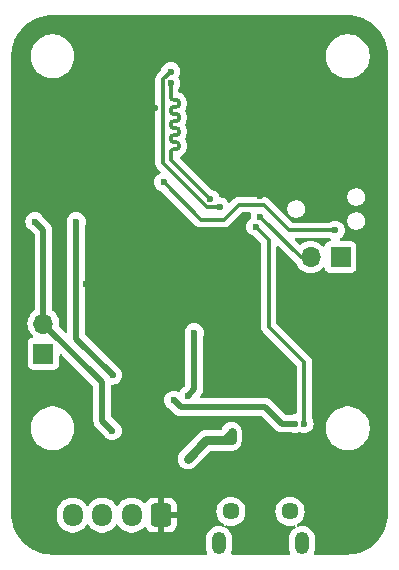
<source format=gbl>
G04 #@! TF.GenerationSoftware,KiCad,Pcbnew,8.0.2*
G04 #@! TF.CreationDate,2025-02-01T19:12:16-07:00*
G04 #@! TF.ProjectId,SDM25_IMU_STM32,53444d32-355f-4494-9d55-5f53544d3332,rev?*
G04 #@! TF.SameCoordinates,Original*
G04 #@! TF.FileFunction,Copper,L4,Bot*
G04 #@! TF.FilePolarity,Positive*
%FSLAX46Y46*%
G04 Gerber Fmt 4.6, Leading zero omitted, Abs format (unit mm)*
G04 Created by KiCad (PCBNEW 8.0.2) date 2025-02-01 19:12:16*
%MOMM*%
%LPD*%
G01*
G04 APERTURE LIST*
G04 Aperture macros list*
%AMRoundRect*
0 Rectangle with rounded corners*
0 $1 Rounding radius*
0 $2 $3 $4 $5 $6 $7 $8 $9 X,Y pos of 4 corners*
0 Add a 4 corners polygon primitive as box body*
4,1,4,$2,$3,$4,$5,$6,$7,$8,$9,$2,$3,0*
0 Add four circle primitives for the rounded corners*
1,1,$1+$1,$2,$3*
1,1,$1+$1,$4,$5*
1,1,$1+$1,$6,$7*
1,1,$1+$1,$8,$9*
0 Add four rect primitives between the rounded corners*
20,1,$1+$1,$2,$3,$4,$5,0*
20,1,$1+$1,$4,$5,$6,$7,0*
20,1,$1+$1,$6,$7,$8,$9,0*
20,1,$1+$1,$8,$9,$2,$3,0*%
G04 Aperture macros list end*
G04 #@! TA.AperFunction,ComponentPad*
%ADD10O,1.200000X1.900000*%
G04 #@! TD*
G04 #@! TA.AperFunction,ComponentPad*
%ADD11C,1.450000*%
G04 #@! TD*
G04 #@! TA.AperFunction,ComponentPad*
%ADD12R,1.700000X1.700000*%
G04 #@! TD*
G04 #@! TA.AperFunction,ComponentPad*
%ADD13O,1.700000X1.700000*%
G04 #@! TD*
G04 #@! TA.AperFunction,ComponentPad*
%ADD14RoundRect,0.250000X0.600000X0.725000X-0.600000X0.725000X-0.600000X-0.725000X0.600000X-0.725000X0*%
G04 #@! TD*
G04 #@! TA.AperFunction,ComponentPad*
%ADD15O,1.700000X1.950000*%
G04 #@! TD*
G04 #@! TA.AperFunction,ViaPad*
%ADD16C,0.600000*%
G04 #@! TD*
G04 #@! TA.AperFunction,ViaPad*
%ADD17C,0.700000*%
G04 #@! TD*
G04 #@! TA.AperFunction,Conductor*
%ADD18C,0.500000*%
G04 #@! TD*
G04 #@! TA.AperFunction,Conductor*
%ADD19C,0.300000*%
G04 #@! TD*
G04 #@! TA.AperFunction,Conductor*
%ADD20C,0.750000*%
G04 #@! TD*
G04 APERTURE END LIST*
D10*
X101100000Y-126237500D03*
D11*
X102100000Y-123537500D03*
X107100000Y-123537500D03*
D10*
X108100000Y-126237500D03*
D12*
X111375000Y-102000000D03*
D13*
X108835000Y-102000000D03*
D14*
X96200000Y-123850000D03*
D15*
X93700000Y-123850000D03*
X91200000Y-123850000D03*
X88700000Y-123850000D03*
D12*
X86225000Y-110175000D03*
D13*
X86225000Y-107635000D03*
D16*
X107500000Y-116100000D03*
X97250000Y-114116262D03*
X108300003Y-116100000D03*
X104200000Y-99450000D03*
X101900000Y-85100000D03*
X95000000Y-102000000D03*
X91000000Y-85000000D03*
X84250000Y-102750000D03*
X97000000Y-98000000D03*
X91700000Y-93100000D03*
X91000000Y-83500000D03*
X100550000Y-120150000D03*
X91000000Y-84250000D03*
X96000000Y-103000000D03*
X85000000Y-102750000D03*
D17*
X103800000Y-106600000D03*
X105968170Y-112575000D03*
D16*
X95150000Y-119550000D03*
X85000000Y-101950000D03*
X95000000Y-103000000D03*
X104950000Y-85050000D03*
X100000000Y-91950000D03*
X105900000Y-120100000D03*
X101500000Y-92650000D03*
X112750000Y-89650000D03*
X112000000Y-89650000D03*
D17*
X104868170Y-112575000D03*
D16*
X84250000Y-102000000D03*
X111250000Y-89650000D03*
X99850000Y-120150000D03*
X97000000Y-99000000D03*
X91750000Y-85000000D03*
X95700000Y-89420000D03*
X104600000Y-96800000D03*
X95000000Y-99000000D03*
X89800938Y-104263080D03*
D17*
X106600000Y-106600000D03*
X109868170Y-108975000D03*
D16*
X92400000Y-93100000D03*
X91750000Y-83450000D03*
X95150000Y-88850000D03*
X94450000Y-119550000D03*
X97000000Y-102000000D03*
X100750000Y-92650000D03*
X110700000Y-103800000D03*
X97000000Y-103000000D03*
X101500000Y-91950000D03*
X100750000Y-91950000D03*
D17*
X110700000Y-108975000D03*
D16*
X104900000Y-85900000D03*
X104950000Y-84250000D03*
X96000000Y-99000000D03*
X111250000Y-88950000D03*
X85000000Y-103500000D03*
X96000000Y-98000000D03*
X105900000Y-120850000D03*
X91750000Y-84250000D03*
X112560000Y-100240000D03*
X96000000Y-102000000D03*
X84250000Y-103500000D03*
X95000000Y-98000000D03*
X112750000Y-88950000D03*
X97275000Y-112975000D03*
X106900000Y-103100000D03*
X112000000Y-88950000D03*
X100000000Y-92650000D03*
X104600000Y-98590000D03*
X100350000Y-97100000D03*
X97000000Y-87300000D03*
X89000000Y-99000000D03*
X92100000Y-112000000D03*
X99000000Y-108394239D03*
X102150000Y-117525000D03*
X98450000Y-119100000D03*
X98450000Y-113750000D03*
X102150000Y-116825000D03*
X92050000Y-116700000D03*
X85500000Y-99000000D03*
X96390000Y-95660000D03*
X110930000Y-99740000D03*
X101150000Y-97750000D03*
X97000000Y-86300000D03*
D18*
X105000000Y-114700000D02*
X97833738Y-114700000D01*
X97833738Y-114700000D02*
X97250000Y-114116262D01*
X107500000Y-116100000D02*
X106400000Y-116100000D01*
X106400000Y-116100000D02*
X105000000Y-114700000D01*
D19*
X108300003Y-110900003D02*
X105300000Y-107900000D01*
X105300000Y-100550000D02*
X104200000Y-99450000D01*
X108300003Y-116100000D02*
X108300003Y-110900003D01*
X105300000Y-107900000D02*
X105300000Y-100550000D01*
X108010000Y-102000000D02*
X108835000Y-102000000D01*
X104600000Y-98590000D02*
X108010000Y-102000000D01*
X97710000Y-90130000D02*
X97710000Y-90250000D01*
X97470000Y-91690000D02*
X97240000Y-91690000D01*
X97240000Y-92290000D02*
X97470000Y-92290000D01*
X97240000Y-91090000D02*
X97470000Y-91090000D01*
X97000000Y-93750000D02*
X97350000Y-94100000D01*
X97470000Y-90490000D02*
X97240000Y-90490000D01*
X97240000Y-89890000D02*
X97470000Y-89890000D01*
X97470000Y-89290000D02*
X97240000Y-89290000D01*
X97710000Y-88930000D02*
X97710000Y-89050000D01*
X97240000Y-88690000D02*
X97470000Y-88690000D01*
X97710000Y-91330000D02*
X97710000Y-91450000D01*
X97470000Y-92890000D02*
X97240000Y-92890000D01*
X97000000Y-89530000D02*
X97000000Y-89650000D01*
X97710000Y-92530000D02*
X97710000Y-92650000D01*
X97000000Y-90730000D02*
X97000000Y-90850000D01*
X97000000Y-93130000D02*
X97000000Y-93250000D01*
X97350000Y-94100000D02*
X100350000Y-97100000D01*
X97000000Y-87300000D02*
X97000000Y-88450000D01*
X97000000Y-91930000D02*
X97000000Y-92050000D01*
X97000000Y-93250000D02*
X97000000Y-93750000D01*
X97470000Y-91090000D02*
G75*
G02*
X97710000Y-91330000I0J-240000D01*
G01*
X97000000Y-88450000D02*
G75*
G03*
X97240000Y-88690000I240000J0D01*
G01*
X97710000Y-92650000D02*
G75*
G02*
X97470000Y-92890000I-240000J0D01*
G01*
X97000000Y-90850000D02*
G75*
G03*
X97240000Y-91090000I240000J0D01*
G01*
X97000000Y-89650000D02*
G75*
G03*
X97240000Y-89890000I240000J0D01*
G01*
X97710000Y-91450000D02*
G75*
G02*
X97470000Y-91690000I-240000J0D01*
G01*
X97710000Y-89050000D02*
G75*
G02*
X97470000Y-89290000I-240000J0D01*
G01*
X97240000Y-89290000D02*
G75*
G03*
X97000000Y-89530000I0J-240000D01*
G01*
X97470000Y-92290000D02*
G75*
G02*
X97710000Y-92530000I0J-240000D01*
G01*
X97710000Y-90250000D02*
G75*
G02*
X97470000Y-90490000I-240000J0D01*
G01*
X97000000Y-92050000D02*
G75*
G03*
X97240000Y-92290000I240000J0D01*
G01*
X97240000Y-90490000D02*
G75*
G03*
X97000000Y-90730000I0J-240000D01*
G01*
X97470000Y-88690000D02*
G75*
G02*
X97710000Y-88930000I0J-240000D01*
G01*
X97240000Y-92890000D02*
G75*
G03*
X97000000Y-93130000I0J-240000D01*
G01*
X97470000Y-89890000D02*
G75*
G02*
X97710000Y-90130000I0J-240000D01*
G01*
X97240000Y-91690000D02*
G75*
G03*
X97000000Y-91930000I0J-240000D01*
G01*
D18*
X92100000Y-112000000D02*
X89000000Y-108900000D01*
X89000000Y-108900000D02*
X89000000Y-99000000D01*
D20*
X100025000Y-117525000D02*
X98450000Y-119100000D01*
D18*
X101450000Y-117525000D02*
X102150000Y-116825000D01*
X99000000Y-113200000D02*
X98450000Y-113750000D01*
D20*
X102150000Y-117525000D02*
X100025000Y-117525000D01*
D18*
X99000000Y-108394239D02*
X99000000Y-113200000D01*
X100025000Y-117525000D02*
X101450000Y-117525000D01*
D20*
X102150000Y-116825000D02*
X102150000Y-117525000D01*
D18*
X86225000Y-107635000D02*
X86225000Y-99725000D01*
X91200000Y-112610000D02*
X86225000Y-107635000D01*
X86225000Y-99725000D02*
X85500000Y-99000000D01*
X91200000Y-115850000D02*
X92050000Y-116700000D01*
X91200000Y-115850000D02*
X91200000Y-112610000D01*
D19*
X107050000Y-99740000D02*
X104880000Y-97570000D01*
X102750000Y-97570000D02*
X101470000Y-98850000D01*
X101470000Y-98850000D02*
X99580000Y-98850000D01*
X99580000Y-98850000D02*
X96390000Y-95660000D01*
X110930000Y-99740000D02*
X107050000Y-99740000D01*
X104880000Y-97570000D02*
X102750000Y-97570000D01*
X96350000Y-94019239D02*
X100080761Y-97750000D01*
X96350000Y-86950000D02*
X96350000Y-94019239D01*
X100080761Y-97750000D02*
X101150000Y-97750000D01*
X97000000Y-86300000D02*
X96350000Y-86950000D01*
G04 #@! TA.AperFunction,Conductor*
G36*
X111903032Y-81500648D02*
G01*
X112236929Y-81517052D01*
X112249037Y-81518245D01*
X112352146Y-81533539D01*
X112576699Y-81566849D01*
X112588617Y-81569219D01*
X112909951Y-81649709D01*
X112921588Y-81653240D01*
X112992806Y-81678722D01*
X113233467Y-81764832D01*
X113244688Y-81769479D01*
X113544163Y-81911120D01*
X113554871Y-81916844D01*
X113838988Y-82087137D01*
X113849106Y-82093897D01*
X114115170Y-82291224D01*
X114124576Y-82298944D01*
X114370013Y-82521395D01*
X114378604Y-82529986D01*
X114565755Y-82736475D01*
X114601055Y-82775423D01*
X114608775Y-82784829D01*
X114806102Y-83050893D01*
X114812862Y-83061011D01*
X114978149Y-83336777D01*
X114983148Y-83345116D01*
X114988883Y-83355844D01*
X115037229Y-83458064D01*
X115130514Y-83655297D01*
X115135170Y-83666540D01*
X115246759Y-83978411D01*
X115250292Y-83990055D01*
X115330777Y-84311369D01*
X115333151Y-84323305D01*
X115381754Y-84650962D01*
X115382947Y-84663071D01*
X115399351Y-84996966D01*
X115399500Y-85003051D01*
X115399500Y-123696948D01*
X115399351Y-123703033D01*
X115382947Y-124036928D01*
X115381754Y-124049037D01*
X115333151Y-124376694D01*
X115330777Y-124388630D01*
X115250292Y-124709944D01*
X115246759Y-124721588D01*
X115135170Y-125033459D01*
X115130514Y-125044702D01*
X114988885Y-125344151D01*
X114983148Y-125354883D01*
X114812862Y-125638988D01*
X114806102Y-125649106D01*
X114608775Y-125915170D01*
X114601055Y-125924576D01*
X114378611Y-126170006D01*
X114370006Y-126178611D01*
X114124576Y-126401055D01*
X114115170Y-126408775D01*
X113849106Y-126606102D01*
X113838988Y-126612862D01*
X113554883Y-126783148D01*
X113544151Y-126788885D01*
X113244702Y-126930514D01*
X113233459Y-126935170D01*
X112921588Y-127046759D01*
X112909944Y-127050292D01*
X112588630Y-127130777D01*
X112576694Y-127133151D01*
X112249037Y-127181754D01*
X112236928Y-127182947D01*
X111921989Y-127198419D01*
X111903031Y-127199351D01*
X111896949Y-127199500D01*
X109225640Y-127199500D01*
X109158601Y-127179815D01*
X109112846Y-127127011D01*
X109102902Y-127057853D01*
X109115155Y-127019206D01*
X109119870Y-127009950D01*
X109119873Y-127009945D01*
X109173402Y-126845201D01*
X109200500Y-126674111D01*
X109200500Y-125800889D01*
X109173402Y-125629799D01*
X109119873Y-125465055D01*
X109041232Y-125310712D01*
X108939414Y-125170572D01*
X108816928Y-125048086D01*
X108676788Y-124946268D01*
X108522445Y-124867627D01*
X108357701Y-124814098D01*
X108357699Y-124814097D01*
X108357698Y-124814097D01*
X108226271Y-124793281D01*
X108186611Y-124787000D01*
X108013389Y-124787000D01*
X107961760Y-124795177D01*
X107842303Y-124814097D01*
X107842300Y-124814097D01*
X107842299Y-124814098D01*
X107831197Y-124817705D01*
X107761358Y-124819699D01*
X107701526Y-124783617D01*
X107670699Y-124720916D01*
X107678665Y-124651501D01*
X107721757Y-124598200D01*
X107890745Y-124479873D01*
X108042373Y-124328245D01*
X108165368Y-124152591D01*
X108255992Y-123958247D01*
X108311492Y-123751119D01*
X108327511Y-123568017D01*
X108330181Y-123537501D01*
X108330181Y-123537498D01*
X108318918Y-123408760D01*
X108311492Y-123323881D01*
X108255992Y-123116753D01*
X108165368Y-122922410D01*
X108111311Y-122845209D01*
X108042376Y-122746759D01*
X108042371Y-122746753D01*
X107890745Y-122595127D01*
X107715090Y-122472131D01*
X107617919Y-122426820D01*
X107520747Y-122381508D01*
X107520743Y-122381507D01*
X107520739Y-122381505D01*
X107313624Y-122326009D01*
X107313620Y-122326008D01*
X107313619Y-122326008D01*
X107313618Y-122326007D01*
X107313613Y-122326007D01*
X107100002Y-122307319D01*
X107099998Y-122307319D01*
X106886386Y-122326007D01*
X106886375Y-122326009D01*
X106679260Y-122381505D01*
X106679251Y-122381509D01*
X106484910Y-122472131D01*
X106484908Y-122472132D01*
X106309259Y-122595123D01*
X106309253Y-122595128D01*
X106157628Y-122746753D01*
X106157623Y-122746759D01*
X106034632Y-122922408D01*
X106034631Y-122922410D01*
X105944009Y-123116751D01*
X105944005Y-123116760D01*
X105888509Y-123323875D01*
X105888507Y-123323886D01*
X105869819Y-123537498D01*
X105869819Y-123537501D01*
X105888507Y-123751113D01*
X105888509Y-123751124D01*
X105944005Y-123958239D01*
X105944007Y-123958243D01*
X105944008Y-123958247D01*
X105979026Y-124033343D01*
X106034631Y-124152590D01*
X106034632Y-124152591D01*
X106157627Y-124328245D01*
X106309255Y-124479873D01*
X106484909Y-124602868D01*
X106679253Y-124693492D01*
X106886381Y-124748992D01*
X107038966Y-124762341D01*
X107099998Y-124767681D01*
X107100000Y-124767681D01*
X107100002Y-124767681D01*
X107153404Y-124763008D01*
X107313619Y-124748992D01*
X107432726Y-124717077D01*
X107502573Y-124718740D01*
X107560435Y-124757902D01*
X107587940Y-124822130D01*
X107576354Y-124891032D01*
X107529356Y-124942733D01*
X107525088Y-124945117D01*
X107523218Y-124946263D01*
X107447608Y-125001197D01*
X107383072Y-125048086D01*
X107383070Y-125048088D01*
X107383069Y-125048088D01*
X107260588Y-125170569D01*
X107260588Y-125170570D01*
X107260586Y-125170572D01*
X107219912Y-125226555D01*
X107158768Y-125310711D01*
X107080128Y-125465052D01*
X107026597Y-125629802D01*
X106999500Y-125800889D01*
X106999500Y-126674110D01*
X107026597Y-126845197D01*
X107080129Y-127009950D01*
X107084845Y-127019206D01*
X107097741Y-127087875D01*
X107071464Y-127152615D01*
X107014358Y-127192872D01*
X106974360Y-127199500D01*
X102225640Y-127199500D01*
X102158601Y-127179815D01*
X102112846Y-127127011D01*
X102102902Y-127057853D01*
X102115155Y-127019206D01*
X102119870Y-127009950D01*
X102119873Y-127009945D01*
X102173402Y-126845201D01*
X102200500Y-126674111D01*
X102200500Y-125800889D01*
X102173402Y-125629799D01*
X102119873Y-125465055D01*
X102041232Y-125310712D01*
X101939414Y-125170572D01*
X101816928Y-125048086D01*
X101676788Y-124946268D01*
X101676787Y-124946267D01*
X101676781Y-124946263D01*
X101672636Y-124943723D01*
X101673521Y-124942277D01*
X101628077Y-124899338D01*
X101611297Y-124831513D01*
X101633850Y-124765383D01*
X101688575Y-124721944D01*
X101758097Y-124714988D01*
X101767256Y-124717072D01*
X101886381Y-124748992D01*
X102038966Y-124762341D01*
X102099998Y-124767681D01*
X102100000Y-124767681D01*
X102100002Y-124767681D01*
X102153404Y-124763008D01*
X102313619Y-124748992D01*
X102520747Y-124693492D01*
X102715091Y-124602868D01*
X102890745Y-124479873D01*
X103042373Y-124328245D01*
X103165368Y-124152591D01*
X103255992Y-123958247D01*
X103311492Y-123751119D01*
X103327511Y-123568017D01*
X103330181Y-123537501D01*
X103330181Y-123537498D01*
X103318918Y-123408760D01*
X103311492Y-123323881D01*
X103255992Y-123116753D01*
X103165368Y-122922410D01*
X103111311Y-122845209D01*
X103042376Y-122746759D01*
X103042371Y-122746753D01*
X102890745Y-122595127D01*
X102715090Y-122472131D01*
X102617919Y-122426820D01*
X102520747Y-122381508D01*
X102520743Y-122381507D01*
X102520739Y-122381505D01*
X102313624Y-122326009D01*
X102313620Y-122326008D01*
X102313619Y-122326008D01*
X102313618Y-122326007D01*
X102313613Y-122326007D01*
X102100002Y-122307319D01*
X102099998Y-122307319D01*
X101886386Y-122326007D01*
X101886375Y-122326009D01*
X101679260Y-122381505D01*
X101679251Y-122381509D01*
X101484910Y-122472131D01*
X101484908Y-122472132D01*
X101309259Y-122595123D01*
X101309253Y-122595128D01*
X101157628Y-122746753D01*
X101157623Y-122746759D01*
X101034632Y-122922408D01*
X101034631Y-122922410D01*
X100944009Y-123116751D01*
X100944005Y-123116760D01*
X100888509Y-123323875D01*
X100888507Y-123323886D01*
X100869819Y-123537498D01*
X100869819Y-123537501D01*
X100888507Y-123751113D01*
X100888509Y-123751124D01*
X100944005Y-123958239D01*
X100944007Y-123958243D01*
X100944008Y-123958247D01*
X100979026Y-124033343D01*
X101034631Y-124152590D01*
X101034632Y-124152591D01*
X101157627Y-124328245D01*
X101309255Y-124479873D01*
X101332954Y-124496467D01*
X101478240Y-124598198D01*
X101521865Y-124652775D01*
X101529057Y-124722274D01*
X101497535Y-124784629D01*
X101437305Y-124820042D01*
X101368799Y-124817704D01*
X101357701Y-124814098D01*
X101357699Y-124814097D01*
X101357698Y-124814097D01*
X101226271Y-124793281D01*
X101186611Y-124787000D01*
X101013389Y-124787000D01*
X100973728Y-124793281D01*
X100842302Y-124814097D01*
X100677552Y-124867628D01*
X100523211Y-124946268D01*
X100443256Y-125004359D01*
X100383072Y-125048086D01*
X100383070Y-125048088D01*
X100383069Y-125048088D01*
X100260588Y-125170569D01*
X100260588Y-125170570D01*
X100260586Y-125170572D01*
X100219912Y-125226555D01*
X100158768Y-125310711D01*
X100080128Y-125465052D01*
X100026597Y-125629802D01*
X99999500Y-125800889D01*
X99999500Y-126674110D01*
X100026597Y-126845197D01*
X100080129Y-127009950D01*
X100084845Y-127019206D01*
X100097741Y-127087875D01*
X100071464Y-127152615D01*
X100014358Y-127192872D01*
X99974360Y-127199500D01*
X87003051Y-127199500D01*
X86996968Y-127199351D01*
X86976900Y-127198365D01*
X86663071Y-127182947D01*
X86650962Y-127181754D01*
X86323305Y-127133151D01*
X86311369Y-127130777D01*
X85990055Y-127050292D01*
X85978411Y-127046759D01*
X85666540Y-126935170D01*
X85655301Y-126930515D01*
X85355844Y-126788883D01*
X85345121Y-126783150D01*
X85061011Y-126612862D01*
X85050893Y-126606102D01*
X84784829Y-126408775D01*
X84775423Y-126401055D01*
X84736475Y-126365755D01*
X84529986Y-126178604D01*
X84521395Y-126170013D01*
X84298944Y-125924576D01*
X84291224Y-125915170D01*
X84093897Y-125649106D01*
X84087137Y-125638988D01*
X84081631Y-125629802D01*
X83916844Y-125354871D01*
X83911120Y-125344163D01*
X83769479Y-125044688D01*
X83764829Y-125033459D01*
X83754685Y-125005109D01*
X83687631Y-124817704D01*
X83653240Y-124721588D01*
X83649707Y-124709944D01*
X83569219Y-124388617D01*
X83566848Y-124376694D01*
X83559661Y-124328245D01*
X83518245Y-124049037D01*
X83517052Y-124036927D01*
X83500649Y-123703032D01*
X83500500Y-123696948D01*
X83500500Y-123618713D01*
X87349500Y-123618713D01*
X87349500Y-124081287D01*
X87382754Y-124291243D01*
X87412476Y-124382719D01*
X87448444Y-124493414D01*
X87544951Y-124682820D01*
X87669890Y-124854786D01*
X87820213Y-125005109D01*
X87992179Y-125130048D01*
X87992181Y-125130049D01*
X87992184Y-125130051D01*
X88181588Y-125226557D01*
X88383757Y-125292246D01*
X88593713Y-125325500D01*
X88593714Y-125325500D01*
X88806286Y-125325500D01*
X88806287Y-125325500D01*
X89016243Y-125292246D01*
X89218412Y-125226557D01*
X89407816Y-125130051D01*
X89429789Y-125114086D01*
X89579786Y-125005109D01*
X89579788Y-125005106D01*
X89579792Y-125005104D01*
X89730104Y-124854792D01*
X89849683Y-124690204D01*
X89905011Y-124647540D01*
X89974624Y-124641561D01*
X90036420Y-124674166D01*
X90050313Y-124690199D01*
X90142950Y-124817704D01*
X90169896Y-124854792D01*
X90320213Y-125005109D01*
X90492179Y-125130048D01*
X90492181Y-125130049D01*
X90492184Y-125130051D01*
X90681588Y-125226557D01*
X90883757Y-125292246D01*
X91093713Y-125325500D01*
X91093714Y-125325500D01*
X91306286Y-125325500D01*
X91306287Y-125325500D01*
X91516243Y-125292246D01*
X91718412Y-125226557D01*
X91907816Y-125130051D01*
X91929789Y-125114086D01*
X92079786Y-125005109D01*
X92079788Y-125005106D01*
X92079792Y-125005104D01*
X92230104Y-124854792D01*
X92349683Y-124690204D01*
X92405011Y-124647540D01*
X92474624Y-124641561D01*
X92536420Y-124674166D01*
X92550313Y-124690199D01*
X92642950Y-124817704D01*
X92669896Y-124854792D01*
X92820213Y-125005109D01*
X92992179Y-125130048D01*
X92992181Y-125130049D01*
X92992184Y-125130051D01*
X93181588Y-125226557D01*
X93383757Y-125292246D01*
X93593713Y-125325500D01*
X93593714Y-125325500D01*
X93806286Y-125325500D01*
X93806287Y-125325500D01*
X94016243Y-125292246D01*
X94218412Y-125226557D01*
X94407816Y-125130051D01*
X94525290Y-125044702D01*
X94579784Y-125005110D01*
X94579784Y-125005109D01*
X94579792Y-125005104D01*
X94718967Y-124865928D01*
X94780286Y-124832446D01*
X94849978Y-124837430D01*
X94905912Y-124879301D01*
X94912184Y-124888515D01*
X95007684Y-125043345D01*
X95131654Y-125167315D01*
X95280875Y-125259356D01*
X95280880Y-125259358D01*
X95447302Y-125314505D01*
X95447309Y-125314506D01*
X95550019Y-125324999D01*
X95949999Y-125324999D01*
X95950000Y-125324998D01*
X95950000Y-124254145D01*
X96016657Y-124292630D01*
X96137465Y-124325000D01*
X96262535Y-124325000D01*
X96383343Y-124292630D01*
X96450000Y-124254145D01*
X96450000Y-125324999D01*
X96849972Y-125324999D01*
X96849986Y-125324998D01*
X96952697Y-125314505D01*
X97119119Y-125259358D01*
X97119124Y-125259356D01*
X97268345Y-125167315D01*
X97392315Y-125043345D01*
X97484356Y-124894124D01*
X97484358Y-124894119D01*
X97539505Y-124727697D01*
X97539506Y-124727690D01*
X97549999Y-124624986D01*
X97550000Y-124624973D01*
X97550000Y-124100000D01*
X96604146Y-124100000D01*
X96642630Y-124033343D01*
X96675000Y-123912535D01*
X96675000Y-123787465D01*
X96642630Y-123666657D01*
X96604146Y-123600000D01*
X97549999Y-123600000D01*
X97549999Y-123075028D01*
X97549998Y-123075013D01*
X97539505Y-122972302D01*
X97484358Y-122805880D01*
X97484356Y-122805875D01*
X97392315Y-122656654D01*
X97268345Y-122532684D01*
X97119124Y-122440643D01*
X97119119Y-122440641D01*
X96952697Y-122385494D01*
X96952690Y-122385493D01*
X96849986Y-122375000D01*
X96450000Y-122375000D01*
X96450000Y-123445854D01*
X96383343Y-123407370D01*
X96262535Y-123375000D01*
X96137465Y-123375000D01*
X96016657Y-123407370D01*
X95950000Y-123445854D01*
X95950000Y-122375000D01*
X95550028Y-122375000D01*
X95550012Y-122375001D01*
X95447302Y-122385494D01*
X95280880Y-122440641D01*
X95280875Y-122440643D01*
X95131654Y-122532684D01*
X95007683Y-122656655D01*
X95007680Y-122656659D01*
X94912183Y-122811484D01*
X94860235Y-122858209D01*
X94791273Y-122869430D01*
X94727191Y-122841587D01*
X94718964Y-122834068D01*
X94579786Y-122694890D01*
X94407820Y-122569951D01*
X94218414Y-122473444D01*
X94218413Y-122473443D01*
X94218412Y-122473443D01*
X94016243Y-122407754D01*
X94016241Y-122407753D01*
X94016240Y-122407753D01*
X93850533Y-122381508D01*
X93806287Y-122374500D01*
X93593713Y-122374500D01*
X93549467Y-122381508D01*
X93383760Y-122407753D01*
X93181585Y-122473444D01*
X92992179Y-122569951D01*
X92820213Y-122694890D01*
X92669894Y-122845209D01*
X92669890Y-122845214D01*
X92550318Y-123009793D01*
X92494989Y-123052459D01*
X92425375Y-123058438D01*
X92363580Y-123025833D01*
X92349682Y-123009793D01*
X92230109Y-122845214D01*
X92230105Y-122845209D01*
X92079786Y-122694890D01*
X91907820Y-122569951D01*
X91718414Y-122473444D01*
X91718413Y-122473443D01*
X91718412Y-122473443D01*
X91516243Y-122407754D01*
X91516241Y-122407753D01*
X91516240Y-122407753D01*
X91350533Y-122381508D01*
X91306287Y-122374500D01*
X91093713Y-122374500D01*
X91049467Y-122381508D01*
X90883760Y-122407753D01*
X90681585Y-122473444D01*
X90492179Y-122569951D01*
X90320213Y-122694890D01*
X90169894Y-122845209D01*
X90169890Y-122845214D01*
X90050318Y-123009793D01*
X89994989Y-123052459D01*
X89925375Y-123058438D01*
X89863580Y-123025833D01*
X89849682Y-123009793D01*
X89730109Y-122845214D01*
X89730105Y-122845209D01*
X89579786Y-122694890D01*
X89407820Y-122569951D01*
X89218414Y-122473444D01*
X89218413Y-122473443D01*
X89218412Y-122473443D01*
X89016243Y-122407754D01*
X89016241Y-122407753D01*
X89016240Y-122407753D01*
X88850533Y-122381508D01*
X88806287Y-122374500D01*
X88593713Y-122374500D01*
X88549467Y-122381508D01*
X88383760Y-122407753D01*
X88181585Y-122473444D01*
X87992179Y-122569951D01*
X87820213Y-122694890D01*
X87669890Y-122845213D01*
X87544951Y-123017179D01*
X87448444Y-123206585D01*
X87382753Y-123408760D01*
X87373069Y-123469905D01*
X87349500Y-123618713D01*
X83500500Y-123618713D01*
X83500500Y-119013766D01*
X97574500Y-119013766D01*
X97574500Y-119186233D01*
X97608143Y-119355366D01*
X97608146Y-119355378D01*
X97674138Y-119514698D01*
X97674145Y-119514711D01*
X97769954Y-119658098D01*
X97769957Y-119658102D01*
X97891897Y-119780042D01*
X97891901Y-119780045D01*
X98035288Y-119875854D01*
X98035301Y-119875861D01*
X98194621Y-119941853D01*
X98194626Y-119941855D01*
X98363766Y-119975499D01*
X98363769Y-119975500D01*
X98363771Y-119975500D01*
X98536231Y-119975500D01*
X98536232Y-119975499D01*
X98705374Y-119941855D01*
X98864705Y-119875858D01*
X99008099Y-119780045D01*
X100351325Y-118436819D01*
X100412648Y-118403334D01*
X100439006Y-118400500D01*
X102236231Y-118400500D01*
X102236232Y-118400499D01*
X102405374Y-118366855D01*
X102564705Y-118300858D01*
X102708099Y-118205045D01*
X102830045Y-118083099D01*
X102925858Y-117939705D01*
X102991855Y-117780374D01*
X103025500Y-117611229D01*
X103025500Y-116738771D01*
X103025500Y-116738768D01*
X103025499Y-116738766D01*
X103021653Y-116719432D01*
X102991855Y-116569626D01*
X102942107Y-116449523D01*
X102925861Y-116410301D01*
X102925854Y-116410288D01*
X102830045Y-116266901D01*
X102830042Y-116266897D01*
X102708102Y-116144957D01*
X102708098Y-116144954D01*
X102564711Y-116049145D01*
X102564698Y-116049138D01*
X102405378Y-115983146D01*
X102405366Y-115983143D01*
X102236232Y-115949500D01*
X102236229Y-115949500D01*
X102063771Y-115949500D01*
X102063768Y-115949500D01*
X101894633Y-115983143D01*
X101894621Y-115983146D01*
X101735301Y-116049138D01*
X101735288Y-116049145D01*
X101591901Y-116144954D01*
X101591897Y-116144957D01*
X101469957Y-116266897D01*
X101469954Y-116266901D01*
X101374145Y-116410288D01*
X101374140Y-116410297D01*
X101306767Y-116572953D01*
X101262926Y-116627356D01*
X101196632Y-116649421D01*
X101192206Y-116649500D01*
X99938768Y-116649500D01*
X99769633Y-116683143D01*
X99769621Y-116683146D01*
X99610301Y-116749138D01*
X99610288Y-116749145D01*
X99466901Y-116844954D01*
X99466897Y-116844957D01*
X97769957Y-118541897D01*
X97769954Y-118541901D01*
X97674145Y-118685288D01*
X97674138Y-118685301D01*
X97608146Y-118844621D01*
X97608143Y-118844633D01*
X97574500Y-119013766D01*
X83500500Y-119013766D01*
X83500500Y-116378711D01*
X85149500Y-116378711D01*
X85149500Y-116621288D01*
X85180591Y-116857458D01*
X85181162Y-116861789D01*
X85187480Y-116885368D01*
X85243947Y-117096104D01*
X85336773Y-117320205D01*
X85336776Y-117320212D01*
X85458064Y-117530289D01*
X85458066Y-117530292D01*
X85458067Y-117530293D01*
X85605733Y-117722736D01*
X85605739Y-117722743D01*
X85777256Y-117894260D01*
X85777263Y-117894266D01*
X85890321Y-117981018D01*
X85969711Y-118041936D01*
X86179788Y-118163224D01*
X86403900Y-118256054D01*
X86638211Y-118318838D01*
X86818586Y-118342584D01*
X86878711Y-118350500D01*
X86878712Y-118350500D01*
X87121289Y-118350500D01*
X87169388Y-118344167D01*
X87361789Y-118318838D01*
X87596100Y-118256054D01*
X87820212Y-118163224D01*
X88030289Y-118041936D01*
X88222738Y-117894265D01*
X88394265Y-117722738D01*
X88541936Y-117530289D01*
X88663224Y-117320212D01*
X88756054Y-117096100D01*
X88818838Y-116861789D01*
X88850500Y-116621288D01*
X88850500Y-116378712D01*
X88818838Y-116138211D01*
X88756054Y-115903900D01*
X88663224Y-115679788D01*
X88541936Y-115469711D01*
X88422939Y-115314631D01*
X88394266Y-115277263D01*
X88394260Y-115277256D01*
X88222743Y-115105739D01*
X88222736Y-115105733D01*
X88030293Y-114958067D01*
X88030292Y-114958066D01*
X88030289Y-114958064D01*
X87820212Y-114836776D01*
X87820205Y-114836773D01*
X87596104Y-114743947D01*
X87361785Y-114681161D01*
X87121289Y-114649500D01*
X87121288Y-114649500D01*
X86878712Y-114649500D01*
X86878711Y-114649500D01*
X86638214Y-114681161D01*
X86403895Y-114743947D01*
X86179794Y-114836773D01*
X86179785Y-114836777D01*
X85969706Y-114958067D01*
X85777263Y-115105733D01*
X85777256Y-115105739D01*
X85605739Y-115277256D01*
X85605733Y-115277263D01*
X85458067Y-115469706D01*
X85336777Y-115679785D01*
X85336773Y-115679794D01*
X85243947Y-115903895D01*
X85181161Y-116138214D01*
X85149500Y-116378711D01*
X83500500Y-116378711D01*
X83500500Y-98999996D01*
X84694435Y-98999996D01*
X84694435Y-99000003D01*
X84714630Y-99179249D01*
X84714631Y-99179254D01*
X84774211Y-99349523D01*
X84869077Y-99500500D01*
X84870184Y-99502262D01*
X84997738Y-99629816D01*
X85150478Y-99725789D01*
X85150480Y-99725789D01*
X85150484Y-99725792D01*
X85156756Y-99728813D01*
X85155869Y-99730653D01*
X85191939Y-99753307D01*
X85438181Y-99999549D01*
X85471666Y-100060872D01*
X85474500Y-100087230D01*
X85474500Y-106447298D01*
X85454815Y-106514337D01*
X85421625Y-106548872D01*
X85353595Y-106596507D01*
X85186505Y-106763597D01*
X85050965Y-106957169D01*
X85050964Y-106957171D01*
X84951098Y-107171335D01*
X84951094Y-107171344D01*
X84889938Y-107399586D01*
X84889936Y-107399596D01*
X84869341Y-107634999D01*
X84869341Y-107635000D01*
X84889936Y-107870403D01*
X84889938Y-107870413D01*
X84951094Y-108098655D01*
X84951096Y-108098659D01*
X84951097Y-108098663D01*
X85002140Y-108208125D01*
X85050965Y-108312830D01*
X85050967Y-108312834D01*
X85186501Y-108506395D01*
X85186506Y-108506402D01*
X85308430Y-108628326D01*
X85341915Y-108689649D01*
X85336931Y-108759341D01*
X85295059Y-108815274D01*
X85264083Y-108832189D01*
X85132669Y-108881203D01*
X85132664Y-108881206D01*
X85017455Y-108967452D01*
X85017452Y-108967455D01*
X84931206Y-109082664D01*
X84931202Y-109082671D01*
X84880908Y-109217517D01*
X84874501Y-109277116D01*
X84874500Y-109277135D01*
X84874500Y-111072870D01*
X84874501Y-111072876D01*
X84880908Y-111132483D01*
X84931202Y-111267328D01*
X84931206Y-111267335D01*
X85017452Y-111382544D01*
X85017455Y-111382547D01*
X85132664Y-111468793D01*
X85132671Y-111468797D01*
X85267517Y-111519091D01*
X85267516Y-111519091D01*
X85274444Y-111519835D01*
X85327127Y-111525500D01*
X87122872Y-111525499D01*
X87182483Y-111519091D01*
X87317331Y-111468796D01*
X87432546Y-111382546D01*
X87518796Y-111267331D01*
X87569091Y-111132483D01*
X87575500Y-111072873D01*
X87575499Y-110346228D01*
X87595183Y-110279190D01*
X87647987Y-110233435D01*
X87717146Y-110223491D01*
X87780702Y-110252516D01*
X87787180Y-110258548D01*
X90413181Y-112884548D01*
X90446666Y-112945871D01*
X90449500Y-112972229D01*
X90449500Y-115923918D01*
X90449500Y-115923920D01*
X90449499Y-115923920D01*
X90478340Y-116068907D01*
X90478342Y-116068913D01*
X90534917Y-116205497D01*
X90539467Y-116212306D01*
X90539468Y-116212309D01*
X90617046Y-116328414D01*
X90617052Y-116328421D01*
X91296692Y-117008059D01*
X91319358Y-117044125D01*
X91321188Y-117043244D01*
X91324209Y-117049518D01*
X91324211Y-117049522D01*
X91420184Y-117202262D01*
X91547738Y-117329816D01*
X91700478Y-117425789D01*
X91870745Y-117485368D01*
X91870750Y-117485369D01*
X92049996Y-117505565D01*
X92050000Y-117505565D01*
X92050004Y-117505565D01*
X92229249Y-117485369D01*
X92229252Y-117485368D01*
X92229255Y-117485368D01*
X92399522Y-117425789D01*
X92552262Y-117329816D01*
X92679816Y-117202262D01*
X92775789Y-117049522D01*
X92835368Y-116879255D01*
X92837336Y-116861789D01*
X92855565Y-116700003D01*
X92855565Y-116699996D01*
X92835369Y-116520750D01*
X92835368Y-116520745D01*
X92796722Y-116410301D01*
X92775789Y-116350478D01*
X92679816Y-116197738D01*
X92552262Y-116070184D01*
X92399522Y-115974211D01*
X92399518Y-115974209D01*
X92393244Y-115971188D01*
X92394125Y-115969358D01*
X92358059Y-115946692D01*
X91986819Y-115575451D01*
X91953334Y-115514128D01*
X91950500Y-115487770D01*
X91950500Y-112927476D01*
X91970185Y-112860437D01*
X92022989Y-112814682D01*
X92088385Y-112804256D01*
X92100000Y-112805565D01*
X92100001Y-112805564D01*
X92100002Y-112805565D01*
X92100004Y-112805565D01*
X92279249Y-112785369D01*
X92279252Y-112785368D01*
X92279255Y-112785368D01*
X92449522Y-112725789D01*
X92602262Y-112629816D01*
X92729816Y-112502262D01*
X92825789Y-112349522D01*
X92885368Y-112179255D01*
X92905565Y-112000000D01*
X92885368Y-111820745D01*
X92825789Y-111650478D01*
X92729816Y-111497738D01*
X92602262Y-111370184D01*
X92449522Y-111274211D01*
X92449516Y-111274207D01*
X92443247Y-111271188D01*
X92444129Y-111269356D01*
X92408060Y-111246692D01*
X89786819Y-108625451D01*
X89753334Y-108564128D01*
X89750500Y-108537770D01*
X89750500Y-99299972D01*
X89757458Y-99259017D01*
X89785368Y-99179255D01*
X89786689Y-99167534D01*
X89805565Y-99000003D01*
X89805565Y-98999996D01*
X89785369Y-98820750D01*
X89785368Y-98820745D01*
X89736049Y-98679799D01*
X89725789Y-98650478D01*
X89692017Y-98596731D01*
X89629815Y-98497737D01*
X89502262Y-98370184D01*
X89349523Y-98274211D01*
X89179254Y-98214631D01*
X89179249Y-98214630D01*
X89000004Y-98194435D01*
X88999996Y-98194435D01*
X88820750Y-98214630D01*
X88820745Y-98214631D01*
X88650476Y-98274211D01*
X88497737Y-98370184D01*
X88370184Y-98497737D01*
X88274211Y-98650476D01*
X88214631Y-98820745D01*
X88214630Y-98820750D01*
X88194435Y-98999996D01*
X88194435Y-99000003D01*
X88214630Y-99179249D01*
X88214631Y-99179254D01*
X88242542Y-99259017D01*
X88249500Y-99299972D01*
X88249500Y-108298770D01*
X88229815Y-108365809D01*
X88177011Y-108411564D01*
X88107853Y-108421508D01*
X88044297Y-108392483D01*
X88037819Y-108386451D01*
X87597869Y-107946501D01*
X87564384Y-107885178D01*
X87562022Y-107848012D01*
X87569336Y-107764423D01*
X87580659Y-107635000D01*
X87560063Y-107399592D01*
X87498903Y-107171337D01*
X87399035Y-106957171D01*
X87263495Y-106763599D01*
X87263494Y-106763597D01*
X87096404Y-106596507D01*
X87028375Y-106548872D01*
X86984751Y-106494294D01*
X86975500Y-106447298D01*
X86975500Y-99651079D01*
X86946659Y-99506092D01*
X86946658Y-99506091D01*
X86946658Y-99506087D01*
X86933989Y-99475501D01*
X86890085Y-99369507D01*
X86890084Y-99369505D01*
X86824095Y-99270745D01*
X86807952Y-99246584D01*
X86253307Y-98691939D01*
X86230653Y-98655869D01*
X86228813Y-98656756D01*
X86225792Y-98650484D01*
X86225789Y-98650480D01*
X86225789Y-98650478D01*
X86129816Y-98497738D01*
X86002262Y-98370184D01*
X85989471Y-98362147D01*
X85849523Y-98274211D01*
X85679254Y-98214631D01*
X85679249Y-98214630D01*
X85500004Y-98194435D01*
X85499996Y-98194435D01*
X85320750Y-98214630D01*
X85320745Y-98214631D01*
X85150476Y-98274211D01*
X84997737Y-98370184D01*
X84870184Y-98497737D01*
X84774211Y-98650476D01*
X84714631Y-98820745D01*
X84714630Y-98820750D01*
X84694435Y-98999996D01*
X83500500Y-98999996D01*
X83500500Y-95659996D01*
X95584435Y-95659996D01*
X95584435Y-95660003D01*
X95604630Y-95839249D01*
X95604631Y-95839254D01*
X95664211Y-96009523D01*
X95760184Y-96162262D01*
X95887738Y-96289816D01*
X95965533Y-96338698D01*
X96022051Y-96374211D01*
X96040478Y-96385789D01*
X96210745Y-96445368D01*
X96217974Y-96446182D01*
X96282388Y-96473246D01*
X96291776Y-96481722D01*
X99165324Y-99355271D01*
X99165327Y-99355274D01*
X99165330Y-99355276D01*
X99270309Y-99425420D01*
X99271873Y-99426465D01*
X99390256Y-99475501D01*
X99390260Y-99475501D01*
X99390261Y-99475502D01*
X99515928Y-99500500D01*
X99515931Y-99500500D01*
X101534071Y-99500500D01*
X101618615Y-99483682D01*
X101659744Y-99475501D01*
X101778127Y-99426465D01*
X101779691Y-99425420D01*
X101884669Y-99355277D01*
X102983127Y-98256819D01*
X103044450Y-98223334D01*
X103070808Y-98220500D01*
X103706439Y-98220500D01*
X103773478Y-98240185D01*
X103819233Y-98292989D01*
X103829177Y-98362147D01*
X103823481Y-98385453D01*
X103814633Y-98410739D01*
X103814630Y-98410750D01*
X103794435Y-98589996D01*
X103794435Y-98590003D01*
X103803538Y-98670799D01*
X103791483Y-98739621D01*
X103746291Y-98789675D01*
X103697741Y-98820181D01*
X103697739Y-98820182D01*
X103570184Y-98947737D01*
X103474211Y-99100476D01*
X103414631Y-99270745D01*
X103414631Y-99270748D01*
X103394435Y-99449996D01*
X103394435Y-99450003D01*
X103414630Y-99629249D01*
X103414631Y-99629254D01*
X103474211Y-99799523D01*
X103549444Y-99919254D01*
X103570184Y-99952262D01*
X103697738Y-100079816D01*
X103850478Y-100175789D01*
X104020745Y-100235368D01*
X104027974Y-100236182D01*
X104092388Y-100263246D01*
X104101776Y-100271722D01*
X104613181Y-100783127D01*
X104646666Y-100844450D01*
X104649500Y-100870808D01*
X104649500Y-107964069D01*
X104649500Y-107964071D01*
X104649499Y-107964071D01*
X104674489Y-108089699D01*
X104674493Y-108089716D01*
X104674499Y-108089744D01*
X104723535Y-108208127D01*
X104793497Y-108312834D01*
X104794726Y-108314673D01*
X104794727Y-108314674D01*
X107613184Y-111133130D01*
X107646669Y-111194453D01*
X107649503Y-111220811D01*
X107649503Y-115172523D01*
X107629818Y-115239562D01*
X107577014Y-115285317D01*
X107511626Y-115295744D01*
X107500003Y-115294435D01*
X107499996Y-115294435D01*
X107320750Y-115314630D01*
X107320745Y-115314631D01*
X107240983Y-115342542D01*
X107200028Y-115349500D01*
X106762230Y-115349500D01*
X106695191Y-115329815D01*
X106674549Y-115313181D01*
X105478421Y-114117052D01*
X105478420Y-114117051D01*
X105477239Y-114116262D01*
X105430460Y-114085005D01*
X105366681Y-114042390D01*
X105366658Y-114042375D01*
X105366613Y-114042345D01*
X105355495Y-114034916D01*
X105355493Y-114034915D01*
X105355490Y-114034913D01*
X105218917Y-113978343D01*
X105218907Y-113978340D01*
X105073920Y-113949500D01*
X105073918Y-113949500D01*
X99611230Y-113949500D01*
X99544191Y-113929815D01*
X99498436Y-113877011D01*
X99488492Y-113807853D01*
X99517517Y-113744297D01*
X99523549Y-113737819D01*
X99582948Y-113678419D01*
X99582951Y-113678416D01*
X99665084Y-113555495D01*
X99721658Y-113418913D01*
X99727315Y-113390473D01*
X99739166Y-113330895D01*
X99750500Y-113273920D01*
X99750500Y-108694211D01*
X99757458Y-108653256D01*
X99785368Y-108573493D01*
X99785369Y-108573488D01*
X99805565Y-108394242D01*
X99805565Y-108394235D01*
X99785369Y-108214989D01*
X99785368Y-108214984D01*
X99744666Y-108098664D01*
X99725789Y-108044717D01*
X99629816Y-107891977D01*
X99502262Y-107764423D01*
X99349523Y-107668450D01*
X99179254Y-107608870D01*
X99179249Y-107608869D01*
X99000004Y-107588674D01*
X98999996Y-107588674D01*
X98820750Y-107608869D01*
X98820745Y-107608870D01*
X98650476Y-107668450D01*
X98497737Y-107764423D01*
X98370184Y-107891976D01*
X98274211Y-108044715D01*
X98214631Y-108214984D01*
X98214630Y-108214989D01*
X98194435Y-108394235D01*
X98194435Y-108394242D01*
X98214630Y-108573488D01*
X98214631Y-108573493D01*
X98242542Y-108653256D01*
X98249500Y-108694211D01*
X98249500Y-112837768D01*
X98229815Y-112904807D01*
X98213181Y-112925450D01*
X98141935Y-112996695D01*
X98105871Y-113019366D01*
X98106750Y-113021191D01*
X98100475Y-113024212D01*
X97947737Y-113120184D01*
X97820182Y-113247739D01*
X97759027Y-113345067D01*
X97706692Y-113391357D01*
X97637639Y-113402005D01*
X97606158Y-113392588D01*
X97606094Y-113392772D01*
X97602100Y-113391374D01*
X97600243Y-113390819D01*
X97599525Y-113390473D01*
X97429262Y-113330895D01*
X97429249Y-113330892D01*
X97250004Y-113310697D01*
X97249996Y-113310697D01*
X97070750Y-113330892D01*
X97070745Y-113330893D01*
X96900476Y-113390473D01*
X96747737Y-113486446D01*
X96620184Y-113613999D01*
X96524211Y-113766738D01*
X96464631Y-113937007D01*
X96464630Y-113937012D01*
X96444435Y-114116258D01*
X96444435Y-114116265D01*
X96464630Y-114295511D01*
X96464631Y-114295516D01*
X96524211Y-114465785D01*
X96620184Y-114618524D01*
X96747738Y-114746078D01*
X96900478Y-114842051D01*
X96900483Y-114842054D01*
X96906753Y-114845074D01*
X96905866Y-114846914D01*
X96941939Y-114869569D01*
X97355318Y-115282948D01*
X97355322Y-115282951D01*
X97478236Y-115365080D01*
X97478249Y-115365087D01*
X97614820Y-115421656D01*
X97614825Y-115421658D01*
X97614829Y-115421658D01*
X97614830Y-115421659D01*
X97759817Y-115450500D01*
X97759820Y-115450500D01*
X97907655Y-115450500D01*
X104637770Y-115450500D01*
X104704809Y-115470185D01*
X104725451Y-115486819D01*
X105921584Y-116682952D01*
X105947093Y-116699996D01*
X105976181Y-116719432D01*
X105976183Y-116719433D01*
X105976186Y-116719435D01*
X106044505Y-116765084D01*
X106044506Y-116765084D01*
X106044507Y-116765085D01*
X106167512Y-116816035D01*
X106181087Y-116821658D01*
X106181091Y-116821658D01*
X106181092Y-116821659D01*
X106326079Y-116850500D01*
X106326082Y-116850500D01*
X106326083Y-116850500D01*
X106473917Y-116850500D01*
X107200028Y-116850500D01*
X107240983Y-116857458D01*
X107320745Y-116885368D01*
X107320750Y-116885369D01*
X107499996Y-116905565D01*
X107500000Y-116905565D01*
X107500004Y-116905565D01*
X107679249Y-116885369D01*
X107679251Y-116885368D01*
X107679255Y-116885368D01*
X107679258Y-116885366D01*
X107679262Y-116885366D01*
X107856095Y-116823489D01*
X107856846Y-116825637D01*
X107915128Y-116816035D01*
X107943592Y-116824391D01*
X107943908Y-116823489D01*
X108120748Y-116885368D01*
X108120753Y-116885369D01*
X108299999Y-116905565D01*
X108300003Y-116905565D01*
X108300007Y-116905565D01*
X108479252Y-116885369D01*
X108479255Y-116885368D01*
X108479258Y-116885368D01*
X108649525Y-116825789D01*
X108802265Y-116729816D01*
X108929819Y-116602262D01*
X109025792Y-116449522D01*
X109050570Y-116378711D01*
X110149500Y-116378711D01*
X110149500Y-116621288D01*
X110180591Y-116857458D01*
X110181162Y-116861789D01*
X110187480Y-116885368D01*
X110243947Y-117096104D01*
X110336773Y-117320205D01*
X110336776Y-117320212D01*
X110458064Y-117530289D01*
X110458066Y-117530292D01*
X110458067Y-117530293D01*
X110605733Y-117722736D01*
X110605739Y-117722743D01*
X110777256Y-117894260D01*
X110777263Y-117894266D01*
X110890321Y-117981018D01*
X110969711Y-118041936D01*
X111179788Y-118163224D01*
X111403900Y-118256054D01*
X111638211Y-118318838D01*
X111818586Y-118342584D01*
X111878711Y-118350500D01*
X111878712Y-118350500D01*
X112121289Y-118350500D01*
X112169388Y-118344167D01*
X112361789Y-118318838D01*
X112596100Y-118256054D01*
X112820212Y-118163224D01*
X113030289Y-118041936D01*
X113222738Y-117894265D01*
X113394265Y-117722738D01*
X113541936Y-117530289D01*
X113663224Y-117320212D01*
X113756054Y-117096100D01*
X113818838Y-116861789D01*
X113850500Y-116621288D01*
X113850500Y-116378712D01*
X113818838Y-116138211D01*
X113756054Y-115903900D01*
X113663224Y-115679788D01*
X113541936Y-115469711D01*
X113422939Y-115314631D01*
X113394266Y-115277263D01*
X113394260Y-115277256D01*
X113222743Y-115105739D01*
X113222736Y-115105733D01*
X113030293Y-114958067D01*
X113030292Y-114958066D01*
X113030289Y-114958064D01*
X112820212Y-114836776D01*
X112820205Y-114836773D01*
X112596104Y-114743947D01*
X112361785Y-114681161D01*
X112121289Y-114649500D01*
X112121288Y-114649500D01*
X111878712Y-114649500D01*
X111878711Y-114649500D01*
X111638214Y-114681161D01*
X111403895Y-114743947D01*
X111179794Y-114836773D01*
X111179785Y-114836777D01*
X110969706Y-114958067D01*
X110777263Y-115105733D01*
X110777256Y-115105739D01*
X110605739Y-115277256D01*
X110605733Y-115277263D01*
X110458067Y-115469706D01*
X110336777Y-115679785D01*
X110336773Y-115679794D01*
X110243947Y-115903895D01*
X110181161Y-116138214D01*
X110149500Y-116378711D01*
X109050570Y-116378711D01*
X109085371Y-116279255D01*
X109086763Y-116266901D01*
X109105568Y-116100003D01*
X109105568Y-116099996D01*
X109085372Y-115920750D01*
X109085369Y-115920737D01*
X109025793Y-115750481D01*
X109025792Y-115750478D01*
X109004011Y-115715814D01*
X108969509Y-115660903D01*
X108950503Y-115594931D01*
X108950503Y-110835931D01*
X108925505Y-110710264D01*
X108925504Y-110710263D01*
X108925504Y-110710259D01*
X108876468Y-110591876D01*
X108805280Y-110485334D01*
X108805278Y-110485332D01*
X108805276Y-110485329D01*
X105986819Y-107666872D01*
X105953334Y-107605549D01*
X105950500Y-107579191D01*
X105950500Y-101159808D01*
X105970185Y-101092769D01*
X106022989Y-101047014D01*
X106092147Y-101037070D01*
X106155703Y-101066095D01*
X106162181Y-101072127D01*
X107552083Y-102462029D01*
X107576784Y-102497305D01*
X107660964Y-102677829D01*
X107660965Y-102677831D01*
X107766242Y-102828182D01*
X107796505Y-102871401D01*
X107963599Y-103038495D01*
X108060384Y-103106265D01*
X108157165Y-103174032D01*
X108157167Y-103174033D01*
X108157170Y-103174035D01*
X108371337Y-103273903D01*
X108599592Y-103335063D01*
X108776034Y-103350500D01*
X108834999Y-103355659D01*
X108835000Y-103355659D01*
X108835001Y-103355659D01*
X108893966Y-103350500D01*
X109070408Y-103335063D01*
X109298663Y-103273903D01*
X109512830Y-103174035D01*
X109706401Y-103038495D01*
X109828329Y-102916566D01*
X109889648Y-102883084D01*
X109959340Y-102888068D01*
X110015274Y-102929939D01*
X110032189Y-102960917D01*
X110081202Y-103092328D01*
X110081206Y-103092335D01*
X110167452Y-103207544D01*
X110167455Y-103207547D01*
X110282664Y-103293793D01*
X110282671Y-103293797D01*
X110417517Y-103344091D01*
X110417516Y-103344091D01*
X110424444Y-103344835D01*
X110477127Y-103350500D01*
X112272872Y-103350499D01*
X112332483Y-103344091D01*
X112467331Y-103293796D01*
X112582546Y-103207546D01*
X112668796Y-103092331D01*
X112719091Y-102957483D01*
X112725500Y-102897873D01*
X112725499Y-101102128D01*
X112719091Y-101042517D01*
X112717810Y-101039083D01*
X112668797Y-100907671D01*
X112668793Y-100907664D01*
X112582547Y-100792455D01*
X112582544Y-100792452D01*
X112467335Y-100706206D01*
X112467328Y-100706202D01*
X112332482Y-100655908D01*
X112332483Y-100655908D01*
X112272883Y-100649501D01*
X112272881Y-100649500D01*
X112272873Y-100649500D01*
X112272865Y-100649500D01*
X111417560Y-100649500D01*
X111350521Y-100629815D01*
X111304766Y-100577011D01*
X111294822Y-100507853D01*
X111323847Y-100444297D01*
X111351584Y-100420509D01*
X111432262Y-100369816D01*
X111559816Y-100242262D01*
X111655789Y-100089522D01*
X111715368Y-99919255D01*
X111715369Y-99919249D01*
X111735565Y-99740003D01*
X111735565Y-99739996D01*
X111715369Y-99560750D01*
X111715368Y-99560745D01*
X111696242Y-99506087D01*
X111655789Y-99390478D01*
X111559816Y-99237738D01*
X111432262Y-99110184D01*
X111369096Y-99070494D01*
X111279523Y-99014211D01*
X111109254Y-98954631D01*
X111109249Y-98954630D01*
X110930004Y-98934435D01*
X110929996Y-98934435D01*
X110750750Y-98954630D01*
X110750737Y-98954633D01*
X110580481Y-99014209D01*
X110580477Y-99014210D01*
X110490904Y-99070494D01*
X110424932Y-99089500D01*
X107370808Y-99089500D01*
X107303769Y-99069815D01*
X107283127Y-99053181D01*
X107106486Y-98876540D01*
X111954200Y-98876540D01*
X111954200Y-99023459D01*
X111982858Y-99167534D01*
X111982861Y-99167544D01*
X112039078Y-99303266D01*
X112039083Y-99303275D01*
X112120697Y-99425418D01*
X112120701Y-99425423D01*
X112224576Y-99529298D01*
X112224580Y-99529301D01*
X112346724Y-99610916D01*
X112346730Y-99610919D01*
X112346731Y-99610920D01*
X112482458Y-99667140D01*
X112626540Y-99695799D01*
X112626544Y-99695800D01*
X112626545Y-99695800D01*
X112773456Y-99695800D01*
X112773457Y-99695799D01*
X112917542Y-99667140D01*
X113053269Y-99610920D01*
X113175420Y-99529301D01*
X113279301Y-99425420D01*
X113279303Y-99425418D01*
X113360916Y-99303275D01*
X113360916Y-99303274D01*
X113360920Y-99303269D01*
X113417140Y-99167542D01*
X113445800Y-99023455D01*
X113445800Y-98876545D01*
X113417140Y-98732458D01*
X113360920Y-98596731D01*
X113360919Y-98596730D01*
X113360916Y-98596724D01*
X113279301Y-98474580D01*
X113279298Y-98474576D01*
X113175423Y-98370701D01*
X113175419Y-98370698D01*
X113053275Y-98289083D01*
X113053266Y-98289078D01*
X112917544Y-98232861D01*
X112917545Y-98232861D01*
X112917542Y-98232860D01*
X112917538Y-98232859D01*
X112917534Y-98232858D01*
X112773459Y-98204200D01*
X112773455Y-98204200D01*
X112626545Y-98204200D01*
X112626540Y-98204200D01*
X112482465Y-98232858D01*
X112482455Y-98232861D01*
X112346733Y-98289078D01*
X112346724Y-98289083D01*
X112224580Y-98370698D01*
X112224576Y-98370701D01*
X112120701Y-98474576D01*
X112120698Y-98474580D01*
X112039083Y-98596724D01*
X112039078Y-98596733D01*
X111982861Y-98732455D01*
X111982858Y-98732465D01*
X111954200Y-98876540D01*
X107106486Y-98876540D01*
X106090487Y-97860540D01*
X106874200Y-97860540D01*
X106874200Y-98007459D01*
X106902858Y-98151534D01*
X106902861Y-98151544D01*
X106959078Y-98287266D01*
X106959083Y-98287275D01*
X107040698Y-98409419D01*
X107040701Y-98409423D01*
X107144576Y-98513298D01*
X107144580Y-98513301D01*
X107266724Y-98594916D01*
X107266730Y-98594919D01*
X107266731Y-98594920D01*
X107402458Y-98651140D01*
X107501293Y-98670799D01*
X107546540Y-98679799D01*
X107546544Y-98679800D01*
X107546545Y-98679800D01*
X107693456Y-98679800D01*
X107693457Y-98679799D01*
X107837542Y-98651140D01*
X107973269Y-98594920D01*
X108095420Y-98513301D01*
X108199301Y-98409420D01*
X108280920Y-98287269D01*
X108337140Y-98151542D01*
X108365800Y-98007455D01*
X108365800Y-97860545D01*
X108337140Y-97716458D01*
X108280920Y-97580731D01*
X108280919Y-97580730D01*
X108280916Y-97580724D01*
X108199301Y-97458580D01*
X108199298Y-97458576D01*
X108095423Y-97354701D01*
X108095419Y-97354698D01*
X107973275Y-97273083D01*
X107973266Y-97273078D01*
X107837544Y-97216861D01*
X107837545Y-97216861D01*
X107837542Y-97216860D01*
X107837538Y-97216859D01*
X107837534Y-97216858D01*
X107693459Y-97188200D01*
X107693455Y-97188200D01*
X107546545Y-97188200D01*
X107546540Y-97188200D01*
X107402465Y-97216858D01*
X107402455Y-97216861D01*
X107266733Y-97273078D01*
X107266724Y-97273083D01*
X107144580Y-97354698D01*
X107144576Y-97354701D01*
X107040701Y-97458576D01*
X107040698Y-97458580D01*
X106959083Y-97580724D01*
X106959078Y-97580733D01*
X106902861Y-97716455D01*
X106902858Y-97716465D01*
X106874200Y-97860540D01*
X106090487Y-97860540D01*
X105294674Y-97064727D01*
X105294673Y-97064726D01*
X105294669Y-97064723D01*
X105188127Y-96993535D01*
X105183115Y-96991459D01*
X105069744Y-96944499D01*
X105069740Y-96944498D01*
X105066433Y-96943840D01*
X105063126Y-96943182D01*
X105063123Y-96943181D01*
X105063123Y-96943182D01*
X104944071Y-96919500D01*
X104944069Y-96919500D01*
X102685931Y-96919500D01*
X102685929Y-96919500D01*
X102566882Y-96943181D01*
X102566877Y-96943182D01*
X102565196Y-96943516D01*
X102560258Y-96944498D01*
X102560255Y-96944499D01*
X102441870Y-96993535D01*
X102335331Y-97064722D01*
X102335324Y-97064728D01*
X102033504Y-97366548D01*
X101972181Y-97400033D01*
X101902489Y-97395049D01*
X101846556Y-97353177D01*
X101840830Y-97344839D01*
X101779820Y-97247743D01*
X101779815Y-97247737D01*
X101652262Y-97120184D01*
X101499523Y-97024211D01*
X101329254Y-96964631D01*
X101329249Y-96964630D01*
X101220822Y-96952414D01*
X101156408Y-96925348D01*
X101117663Y-96870148D01*
X101108702Y-96844540D01*
X111954200Y-96844540D01*
X111954200Y-96991459D01*
X111982858Y-97135534D01*
X111982861Y-97135544D01*
X112039078Y-97271266D01*
X112039083Y-97271275D01*
X112120698Y-97393419D01*
X112120701Y-97393423D01*
X112224576Y-97497298D01*
X112224580Y-97497301D01*
X112346724Y-97578916D01*
X112346730Y-97578919D01*
X112346731Y-97578920D01*
X112482458Y-97635140D01*
X112626540Y-97663799D01*
X112626544Y-97663800D01*
X112626545Y-97663800D01*
X112773456Y-97663800D01*
X112773457Y-97663799D01*
X112917542Y-97635140D01*
X113053269Y-97578920D01*
X113175420Y-97497301D01*
X113279301Y-97393420D01*
X113360920Y-97271269D01*
X113417140Y-97135542D01*
X113445800Y-96991455D01*
X113445800Y-96844545D01*
X113417140Y-96700458D01*
X113360920Y-96564731D01*
X113360919Y-96564730D01*
X113360916Y-96564724D01*
X113279301Y-96442580D01*
X113279298Y-96442576D01*
X113175423Y-96338701D01*
X113175419Y-96338698D01*
X113053275Y-96257083D01*
X113053266Y-96257078D01*
X112917544Y-96200861D01*
X112917545Y-96200861D01*
X112917542Y-96200860D01*
X112917538Y-96200859D01*
X112917534Y-96200858D01*
X112773459Y-96172200D01*
X112773455Y-96172200D01*
X112626545Y-96172200D01*
X112626540Y-96172200D01*
X112482465Y-96200858D01*
X112482455Y-96200861D01*
X112346733Y-96257078D01*
X112346724Y-96257083D01*
X112224580Y-96338698D01*
X112224576Y-96338701D01*
X112120701Y-96442576D01*
X112120698Y-96442580D01*
X112039083Y-96564724D01*
X112039078Y-96564733D01*
X111982861Y-96700455D01*
X111982858Y-96700465D01*
X111954200Y-96844540D01*
X101108702Y-96844540D01*
X101075789Y-96750478D01*
X100979816Y-96597738D01*
X100852262Y-96470184D01*
X100808324Y-96442576D01*
X100699521Y-96374210D01*
X100529255Y-96314632D01*
X100529246Y-96314630D01*
X100522012Y-96313815D01*
X100457600Y-96286744D01*
X100448223Y-96278277D01*
X97823126Y-93653180D01*
X97789641Y-93591857D01*
X97794625Y-93522165D01*
X97836497Y-93466232D01*
X97863354Y-93450938D01*
X97891812Y-93439150D01*
X97964246Y-93390750D01*
X98037661Y-93341697D01*
X98161697Y-93217661D01*
X98259151Y-93071810D01*
X98326279Y-92909749D01*
X98360500Y-92737707D01*
X98360500Y-92650000D01*
X98360500Y-92576706D01*
X98360500Y-92465931D01*
X98360500Y-92442293D01*
X98326279Y-92270251D01*
X98259151Y-92108190D01*
X98226210Y-92058891D01*
X98205332Y-91992215D01*
X98223816Y-91924835D01*
X98226211Y-91921108D01*
X98259146Y-91871817D01*
X98259151Y-91871810D01*
X98326279Y-91709749D01*
X98360500Y-91537707D01*
X98360500Y-91450000D01*
X98360500Y-91376706D01*
X98360500Y-91265931D01*
X98360500Y-91242293D01*
X98326279Y-91070251D01*
X98259151Y-90908190D01*
X98226210Y-90858891D01*
X98205332Y-90792215D01*
X98223816Y-90724835D01*
X98226211Y-90721108D01*
X98259146Y-90671817D01*
X98259151Y-90671810D01*
X98326279Y-90509749D01*
X98360500Y-90337707D01*
X98360500Y-90250000D01*
X98360500Y-90176706D01*
X98360500Y-90065931D01*
X98360500Y-90042293D01*
X98326279Y-89870251D01*
X98259151Y-89708190D01*
X98226210Y-89658891D01*
X98205332Y-89592215D01*
X98223816Y-89524835D01*
X98226211Y-89521108D01*
X98259146Y-89471817D01*
X98259151Y-89471810D01*
X98326279Y-89309749D01*
X98360500Y-89137707D01*
X98360500Y-89050000D01*
X98360500Y-88976706D01*
X98360500Y-88865931D01*
X98360500Y-88842293D01*
X98326279Y-88670251D01*
X98259151Y-88508190D01*
X98259150Y-88508187D01*
X98161700Y-88362343D01*
X98161694Y-88362335D01*
X98037664Y-88238305D01*
X98037656Y-88238299D01*
X97891811Y-88140849D01*
X97727047Y-88072601D01*
X97672644Y-88028760D01*
X97650579Y-87962465D01*
X97650500Y-87958040D01*
X97650500Y-87805067D01*
X97669507Y-87739094D01*
X97725788Y-87649524D01*
X97785368Y-87479254D01*
X97785369Y-87479249D01*
X97805565Y-87300003D01*
X97805565Y-87299996D01*
X97785369Y-87120750D01*
X97785368Y-87120745D01*
X97725788Y-86950475D01*
X97672691Y-86865973D01*
X97653690Y-86798736D01*
X97672691Y-86734027D01*
X97725788Y-86649524D01*
X97725789Y-86649522D01*
X97785368Y-86479255D01*
X97805565Y-86300000D01*
X97796860Y-86222743D01*
X97785369Y-86120750D01*
X97785368Y-86120745D01*
X97725788Y-85950476D01*
X97686582Y-85888080D01*
X97629816Y-85797738D01*
X97502262Y-85670184D01*
X97349523Y-85574211D01*
X97179254Y-85514631D01*
X97179249Y-85514630D01*
X97000004Y-85494435D01*
X96999996Y-85494435D01*
X96820750Y-85514630D01*
X96820745Y-85514631D01*
X96650476Y-85574211D01*
X96497737Y-85670184D01*
X96370184Y-85797737D01*
X96274210Y-85950478D01*
X96214632Y-86120744D01*
X96214630Y-86120752D01*
X96213815Y-86127988D01*
X96186743Y-86192400D01*
X96178278Y-86201775D01*
X95844720Y-86535334D01*
X95831734Y-86554771D01*
X95818745Y-86574211D01*
X95800636Y-86601313D01*
X95773534Y-86641873D01*
X95724499Y-86760255D01*
X95724497Y-86760261D01*
X95699500Y-86885928D01*
X95699500Y-86885931D01*
X95699500Y-94083308D01*
X95699500Y-94083310D01*
X95699499Y-94083310D01*
X95724497Y-94208977D01*
X95724499Y-94208983D01*
X95773534Y-94327364D01*
X95844726Y-94433912D01*
X96126538Y-94715724D01*
X96160023Y-94777047D01*
X96155039Y-94846739D01*
X96113167Y-94902672D01*
X96079813Y-94920446D01*
X96040479Y-94934209D01*
X95887737Y-95030184D01*
X95760184Y-95157737D01*
X95664211Y-95310476D01*
X95604631Y-95480745D01*
X95604630Y-95480750D01*
X95584435Y-95659996D01*
X83500500Y-95659996D01*
X83500500Y-85003051D01*
X83500649Y-84996967D01*
X83506458Y-84878712D01*
X83506458Y-84878711D01*
X85149500Y-84878711D01*
X85149500Y-85121288D01*
X85181161Y-85361785D01*
X85243947Y-85596104D01*
X85327467Y-85797738D01*
X85336776Y-85820212D01*
X85458064Y-86030289D01*
X85458066Y-86030292D01*
X85458067Y-86030293D01*
X85605733Y-86222736D01*
X85605739Y-86222743D01*
X85777256Y-86394260D01*
X85777262Y-86394265D01*
X85969711Y-86541936D01*
X86179788Y-86663224D01*
X86403900Y-86756054D01*
X86638211Y-86818838D01*
X86818586Y-86842584D01*
X86878711Y-86850500D01*
X86878712Y-86850500D01*
X87121289Y-86850500D01*
X87169388Y-86844167D01*
X87361789Y-86818838D01*
X87596100Y-86756054D01*
X87820212Y-86663224D01*
X88030289Y-86541936D01*
X88222738Y-86394265D01*
X88394265Y-86222738D01*
X88541936Y-86030289D01*
X88663224Y-85820212D01*
X88756054Y-85596100D01*
X88818838Y-85361789D01*
X88850500Y-85121288D01*
X88850500Y-84878712D01*
X88850500Y-84878711D01*
X110149500Y-84878711D01*
X110149500Y-85121288D01*
X110181161Y-85361785D01*
X110243947Y-85596104D01*
X110327467Y-85797738D01*
X110336776Y-85820212D01*
X110458064Y-86030289D01*
X110458066Y-86030292D01*
X110458067Y-86030293D01*
X110605733Y-86222736D01*
X110605739Y-86222743D01*
X110777256Y-86394260D01*
X110777262Y-86394265D01*
X110969711Y-86541936D01*
X111179788Y-86663224D01*
X111403900Y-86756054D01*
X111638211Y-86818838D01*
X111818586Y-86842584D01*
X111878711Y-86850500D01*
X111878712Y-86850500D01*
X112121289Y-86850500D01*
X112169388Y-86844167D01*
X112361789Y-86818838D01*
X112596100Y-86756054D01*
X112820212Y-86663224D01*
X113030289Y-86541936D01*
X113222738Y-86394265D01*
X113394265Y-86222738D01*
X113541936Y-86030289D01*
X113663224Y-85820212D01*
X113756054Y-85596100D01*
X113818838Y-85361789D01*
X113850500Y-85121288D01*
X113850500Y-84878712D01*
X113818838Y-84638211D01*
X113756054Y-84403900D01*
X113663224Y-84179788D01*
X113541936Y-83969711D01*
X113394265Y-83777262D01*
X113394260Y-83777256D01*
X113222743Y-83605739D01*
X113222736Y-83605733D01*
X113030293Y-83458067D01*
X113030292Y-83458066D01*
X113030289Y-83458064D01*
X112820212Y-83336776D01*
X112820205Y-83336773D01*
X112596104Y-83243947D01*
X112361785Y-83181161D01*
X112121289Y-83149500D01*
X112121288Y-83149500D01*
X111878712Y-83149500D01*
X111878711Y-83149500D01*
X111638214Y-83181161D01*
X111403895Y-83243947D01*
X111179794Y-83336773D01*
X111179785Y-83336777D01*
X110969706Y-83458067D01*
X110777263Y-83605733D01*
X110777256Y-83605739D01*
X110605739Y-83777256D01*
X110605733Y-83777263D01*
X110458067Y-83969706D01*
X110336777Y-84179785D01*
X110336773Y-84179794D01*
X110243947Y-84403895D01*
X110181161Y-84638214D01*
X110149500Y-84878711D01*
X88850500Y-84878711D01*
X88818838Y-84638211D01*
X88756054Y-84403900D01*
X88663224Y-84179788D01*
X88541936Y-83969711D01*
X88394265Y-83777262D01*
X88394260Y-83777256D01*
X88222743Y-83605739D01*
X88222736Y-83605733D01*
X88030293Y-83458067D01*
X88030292Y-83458066D01*
X88030289Y-83458064D01*
X87820212Y-83336776D01*
X87820205Y-83336773D01*
X87596104Y-83243947D01*
X87361785Y-83181161D01*
X87121289Y-83149500D01*
X87121288Y-83149500D01*
X86878712Y-83149500D01*
X86878711Y-83149500D01*
X86638214Y-83181161D01*
X86403895Y-83243947D01*
X86179794Y-83336773D01*
X86179785Y-83336777D01*
X85969706Y-83458067D01*
X85777263Y-83605733D01*
X85777256Y-83605739D01*
X85605739Y-83777256D01*
X85605733Y-83777263D01*
X85458067Y-83969706D01*
X85336777Y-84179785D01*
X85336773Y-84179794D01*
X85243947Y-84403895D01*
X85181161Y-84638214D01*
X85149500Y-84878711D01*
X83506458Y-84878711D01*
X83517052Y-84663068D01*
X83518245Y-84650962D01*
X83520136Y-84638211D01*
X83566849Y-84323296D01*
X83569218Y-84311385D01*
X83649710Y-83990043D01*
X83653240Y-83978411D01*
X83725212Y-83777263D01*
X83764835Y-83666525D01*
X83769476Y-83655318D01*
X83911124Y-83355828D01*
X83916840Y-83345136D01*
X84087145Y-83060998D01*
X84093888Y-83050905D01*
X84291232Y-82784818D01*
X84298935Y-82775433D01*
X84521405Y-82529975D01*
X84529975Y-82521405D01*
X84775433Y-82298935D01*
X84784818Y-82291232D01*
X85050905Y-82093888D01*
X85060998Y-82087145D01*
X85345136Y-81916840D01*
X85355828Y-81911124D01*
X85655318Y-81769476D01*
X85666525Y-81764835D01*
X85978412Y-81653239D01*
X85990043Y-81649710D01*
X86311385Y-81569218D01*
X86323296Y-81566849D01*
X86650962Y-81518244D01*
X86663068Y-81517052D01*
X86996967Y-81500648D01*
X87003051Y-81500500D01*
X87065892Y-81500500D01*
X111834108Y-81500500D01*
X111896949Y-81500500D01*
X111903032Y-81500648D01*
G37*
G04 #@! TD.AperFunction*
G04 #@! TA.AperFunction,NonConductor*
G36*
X110490903Y-100409505D02*
G01*
X110500018Y-100415233D01*
X110512507Y-100423080D01*
X110558798Y-100475414D01*
X110569447Y-100544468D01*
X110541071Y-100608316D01*
X110482682Y-100646689D01*
X110459790Y-100651363D01*
X110417520Y-100655907D01*
X110282671Y-100706202D01*
X110282664Y-100706206D01*
X110167455Y-100792452D01*
X110167452Y-100792455D01*
X110081206Y-100907664D01*
X110081203Y-100907669D01*
X110032189Y-101039083D01*
X109990317Y-101095016D01*
X109924853Y-101119433D01*
X109856580Y-101104581D01*
X109828326Y-101083430D01*
X109706402Y-100961506D01*
X109706395Y-100961501D01*
X109512834Y-100825967D01*
X109512830Y-100825965D01*
X109498850Y-100819446D01*
X109298663Y-100726097D01*
X109298659Y-100726096D01*
X109298655Y-100726094D01*
X109070413Y-100664938D01*
X109070403Y-100664936D01*
X108835001Y-100644341D01*
X108834999Y-100644341D01*
X108599596Y-100664936D01*
X108599586Y-100664938D01*
X108371344Y-100726094D01*
X108371335Y-100726098D01*
X108157171Y-100825964D01*
X108157169Y-100825965D01*
X108006394Y-100931538D01*
X107940187Y-100953866D01*
X107872420Y-100936854D01*
X107847590Y-100917644D01*
X107532127Y-100602181D01*
X107498642Y-100540858D01*
X107503626Y-100471166D01*
X107545498Y-100415233D01*
X107610962Y-100390816D01*
X107619808Y-100390500D01*
X110424932Y-100390500D01*
X110490903Y-100409505D01*
G37*
G04 #@! TD.AperFunction*
M02*

</source>
